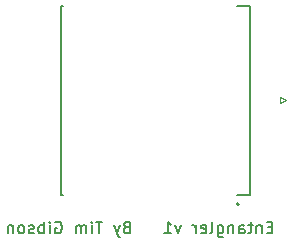
<source format=gbr>
%TF.GenerationSoftware,KiCad,Pcbnew,8.0.5-dirty*%
%TF.CreationDate,2024-10-01T21:11:00+10:00*%
%TF.ProjectId,kestral,6b657374-7261-46c2-9e6b-696361645f70,rev?*%
%TF.SameCoordinates,Original*%
%TF.FileFunction,Legend,Bot*%
%TF.FilePolarity,Positive*%
%FSLAX46Y46*%
G04 Gerber Fmt 4.6, Leading zero omitted, Abs format (unit mm)*
G04 Created by KiCad (PCBNEW 8.0.5-dirty) date 2024-10-01 21:11:00*
%MOMM*%
%LPD*%
G01*
G04 APERTURE LIST*
%ADD10C,0.150000*%
%ADD11C,0.127000*%
%ADD12C,0.200000*%
%ADD13C,0.120000*%
G04 APERTURE END LIST*
D10*
X135229887Y-123246009D02*
X135087030Y-123293628D01*
X135087030Y-123293628D02*
X135039411Y-123341247D01*
X135039411Y-123341247D02*
X134991792Y-123436485D01*
X134991792Y-123436485D02*
X134991792Y-123579342D01*
X134991792Y-123579342D02*
X135039411Y-123674580D01*
X135039411Y-123674580D02*
X135087030Y-123722200D01*
X135087030Y-123722200D02*
X135182268Y-123769819D01*
X135182268Y-123769819D02*
X135563220Y-123769819D01*
X135563220Y-123769819D02*
X135563220Y-122769819D01*
X135563220Y-122769819D02*
X135229887Y-122769819D01*
X135229887Y-122769819D02*
X135134649Y-122817438D01*
X135134649Y-122817438D02*
X135087030Y-122865057D01*
X135087030Y-122865057D02*
X135039411Y-122960295D01*
X135039411Y-122960295D02*
X135039411Y-123055533D01*
X135039411Y-123055533D02*
X135087030Y-123150771D01*
X135087030Y-123150771D02*
X135134649Y-123198390D01*
X135134649Y-123198390D02*
X135229887Y-123246009D01*
X135229887Y-123246009D02*
X135563220Y-123246009D01*
X134658458Y-123103152D02*
X134420363Y-123769819D01*
X134182268Y-123103152D02*
X134420363Y-123769819D01*
X134420363Y-123769819D02*
X134515601Y-124007914D01*
X134515601Y-124007914D02*
X134563220Y-124055533D01*
X134563220Y-124055533D02*
X134658458Y-124103152D01*
X133182267Y-122769819D02*
X132610839Y-122769819D01*
X132896553Y-123769819D02*
X132896553Y-122769819D01*
X132277505Y-123769819D02*
X132277505Y-123103152D01*
X132277505Y-122769819D02*
X132325124Y-122817438D01*
X132325124Y-122817438D02*
X132277505Y-122865057D01*
X132277505Y-122865057D02*
X132229886Y-122817438D01*
X132229886Y-122817438D02*
X132277505Y-122769819D01*
X132277505Y-122769819D02*
X132277505Y-122865057D01*
X131801315Y-123769819D02*
X131801315Y-123103152D01*
X131801315Y-123198390D02*
X131753696Y-123150771D01*
X131753696Y-123150771D02*
X131658458Y-123103152D01*
X131658458Y-123103152D02*
X131515601Y-123103152D01*
X131515601Y-123103152D02*
X131420363Y-123150771D01*
X131420363Y-123150771D02*
X131372744Y-123246009D01*
X131372744Y-123246009D02*
X131372744Y-123769819D01*
X131372744Y-123246009D02*
X131325125Y-123150771D01*
X131325125Y-123150771D02*
X131229887Y-123103152D01*
X131229887Y-123103152D02*
X131087030Y-123103152D01*
X131087030Y-123103152D02*
X130991791Y-123150771D01*
X130991791Y-123150771D02*
X130944172Y-123246009D01*
X130944172Y-123246009D02*
X130944172Y-123769819D01*
X129182268Y-122817438D02*
X129277506Y-122769819D01*
X129277506Y-122769819D02*
X129420363Y-122769819D01*
X129420363Y-122769819D02*
X129563220Y-122817438D01*
X129563220Y-122817438D02*
X129658458Y-122912676D01*
X129658458Y-122912676D02*
X129706077Y-123007914D01*
X129706077Y-123007914D02*
X129753696Y-123198390D01*
X129753696Y-123198390D02*
X129753696Y-123341247D01*
X129753696Y-123341247D02*
X129706077Y-123531723D01*
X129706077Y-123531723D02*
X129658458Y-123626961D01*
X129658458Y-123626961D02*
X129563220Y-123722200D01*
X129563220Y-123722200D02*
X129420363Y-123769819D01*
X129420363Y-123769819D02*
X129325125Y-123769819D01*
X129325125Y-123769819D02*
X129182268Y-123722200D01*
X129182268Y-123722200D02*
X129134649Y-123674580D01*
X129134649Y-123674580D02*
X129134649Y-123341247D01*
X129134649Y-123341247D02*
X129325125Y-123341247D01*
X128706077Y-123769819D02*
X128706077Y-123103152D01*
X128706077Y-122769819D02*
X128753696Y-122817438D01*
X128753696Y-122817438D02*
X128706077Y-122865057D01*
X128706077Y-122865057D02*
X128658458Y-122817438D01*
X128658458Y-122817438D02*
X128706077Y-122769819D01*
X128706077Y-122769819D02*
X128706077Y-122865057D01*
X128229887Y-123769819D02*
X128229887Y-122769819D01*
X128229887Y-123150771D02*
X128134649Y-123103152D01*
X128134649Y-123103152D02*
X127944173Y-123103152D01*
X127944173Y-123103152D02*
X127848935Y-123150771D01*
X127848935Y-123150771D02*
X127801316Y-123198390D01*
X127801316Y-123198390D02*
X127753697Y-123293628D01*
X127753697Y-123293628D02*
X127753697Y-123579342D01*
X127753697Y-123579342D02*
X127801316Y-123674580D01*
X127801316Y-123674580D02*
X127848935Y-123722200D01*
X127848935Y-123722200D02*
X127944173Y-123769819D01*
X127944173Y-123769819D02*
X128134649Y-123769819D01*
X128134649Y-123769819D02*
X128229887Y-123722200D01*
X127372744Y-123722200D02*
X127277506Y-123769819D01*
X127277506Y-123769819D02*
X127087030Y-123769819D01*
X127087030Y-123769819D02*
X126991792Y-123722200D01*
X126991792Y-123722200D02*
X126944173Y-123626961D01*
X126944173Y-123626961D02*
X126944173Y-123579342D01*
X126944173Y-123579342D02*
X126991792Y-123484104D01*
X126991792Y-123484104D02*
X127087030Y-123436485D01*
X127087030Y-123436485D02*
X127229887Y-123436485D01*
X127229887Y-123436485D02*
X127325125Y-123388866D01*
X127325125Y-123388866D02*
X127372744Y-123293628D01*
X127372744Y-123293628D02*
X127372744Y-123246009D01*
X127372744Y-123246009D02*
X127325125Y-123150771D01*
X127325125Y-123150771D02*
X127229887Y-123103152D01*
X127229887Y-123103152D02*
X127087030Y-123103152D01*
X127087030Y-123103152D02*
X126991792Y-123150771D01*
X126372744Y-123769819D02*
X126467982Y-123722200D01*
X126467982Y-123722200D02*
X126515601Y-123674580D01*
X126515601Y-123674580D02*
X126563220Y-123579342D01*
X126563220Y-123579342D02*
X126563220Y-123293628D01*
X126563220Y-123293628D02*
X126515601Y-123198390D01*
X126515601Y-123198390D02*
X126467982Y-123150771D01*
X126467982Y-123150771D02*
X126372744Y-123103152D01*
X126372744Y-123103152D02*
X126229887Y-123103152D01*
X126229887Y-123103152D02*
X126134649Y-123150771D01*
X126134649Y-123150771D02*
X126087030Y-123198390D01*
X126087030Y-123198390D02*
X126039411Y-123293628D01*
X126039411Y-123293628D02*
X126039411Y-123579342D01*
X126039411Y-123579342D02*
X126087030Y-123674580D01*
X126087030Y-123674580D02*
X126134649Y-123722200D01*
X126134649Y-123722200D02*
X126229887Y-123769819D01*
X126229887Y-123769819D02*
X126372744Y-123769819D01*
X125610839Y-123103152D02*
X125610839Y-123769819D01*
X125610839Y-123198390D02*
X125563220Y-123150771D01*
X125563220Y-123150771D02*
X125467982Y-123103152D01*
X125467982Y-123103152D02*
X125325125Y-123103152D01*
X125325125Y-123103152D02*
X125229887Y-123150771D01*
X125229887Y-123150771D02*
X125182268Y-123246009D01*
X125182268Y-123246009D02*
X125182268Y-123769819D01*
X147563220Y-123246009D02*
X147229887Y-123246009D01*
X147087030Y-123769819D02*
X147563220Y-123769819D01*
X147563220Y-123769819D02*
X147563220Y-122769819D01*
X147563220Y-122769819D02*
X147087030Y-122769819D01*
X146658458Y-123103152D02*
X146658458Y-123769819D01*
X146658458Y-123198390D02*
X146610839Y-123150771D01*
X146610839Y-123150771D02*
X146515601Y-123103152D01*
X146515601Y-123103152D02*
X146372744Y-123103152D01*
X146372744Y-123103152D02*
X146277506Y-123150771D01*
X146277506Y-123150771D02*
X146229887Y-123246009D01*
X146229887Y-123246009D02*
X146229887Y-123769819D01*
X145896553Y-123103152D02*
X145515601Y-123103152D01*
X145753696Y-122769819D02*
X145753696Y-123626961D01*
X145753696Y-123626961D02*
X145706077Y-123722200D01*
X145706077Y-123722200D02*
X145610839Y-123769819D01*
X145610839Y-123769819D02*
X145515601Y-123769819D01*
X144753696Y-123769819D02*
X144753696Y-123246009D01*
X144753696Y-123246009D02*
X144801315Y-123150771D01*
X144801315Y-123150771D02*
X144896553Y-123103152D01*
X144896553Y-123103152D02*
X145087029Y-123103152D01*
X145087029Y-123103152D02*
X145182267Y-123150771D01*
X144753696Y-123722200D02*
X144848934Y-123769819D01*
X144848934Y-123769819D02*
X145087029Y-123769819D01*
X145087029Y-123769819D02*
X145182267Y-123722200D01*
X145182267Y-123722200D02*
X145229886Y-123626961D01*
X145229886Y-123626961D02*
X145229886Y-123531723D01*
X145229886Y-123531723D02*
X145182267Y-123436485D01*
X145182267Y-123436485D02*
X145087029Y-123388866D01*
X145087029Y-123388866D02*
X144848934Y-123388866D01*
X144848934Y-123388866D02*
X144753696Y-123341247D01*
X144277505Y-123103152D02*
X144277505Y-123769819D01*
X144277505Y-123198390D02*
X144229886Y-123150771D01*
X144229886Y-123150771D02*
X144134648Y-123103152D01*
X144134648Y-123103152D02*
X143991791Y-123103152D01*
X143991791Y-123103152D02*
X143896553Y-123150771D01*
X143896553Y-123150771D02*
X143848934Y-123246009D01*
X143848934Y-123246009D02*
X143848934Y-123769819D01*
X142944172Y-123103152D02*
X142944172Y-123912676D01*
X142944172Y-123912676D02*
X142991791Y-124007914D01*
X142991791Y-124007914D02*
X143039410Y-124055533D01*
X143039410Y-124055533D02*
X143134648Y-124103152D01*
X143134648Y-124103152D02*
X143277505Y-124103152D01*
X143277505Y-124103152D02*
X143372743Y-124055533D01*
X142944172Y-123722200D02*
X143039410Y-123769819D01*
X143039410Y-123769819D02*
X143229886Y-123769819D01*
X143229886Y-123769819D02*
X143325124Y-123722200D01*
X143325124Y-123722200D02*
X143372743Y-123674580D01*
X143372743Y-123674580D02*
X143420362Y-123579342D01*
X143420362Y-123579342D02*
X143420362Y-123293628D01*
X143420362Y-123293628D02*
X143372743Y-123198390D01*
X143372743Y-123198390D02*
X143325124Y-123150771D01*
X143325124Y-123150771D02*
X143229886Y-123103152D01*
X143229886Y-123103152D02*
X143039410Y-123103152D01*
X143039410Y-123103152D02*
X142944172Y-123150771D01*
X142325124Y-123769819D02*
X142420362Y-123722200D01*
X142420362Y-123722200D02*
X142467981Y-123626961D01*
X142467981Y-123626961D02*
X142467981Y-122769819D01*
X141563219Y-123722200D02*
X141658457Y-123769819D01*
X141658457Y-123769819D02*
X141848933Y-123769819D01*
X141848933Y-123769819D02*
X141944171Y-123722200D01*
X141944171Y-123722200D02*
X141991790Y-123626961D01*
X141991790Y-123626961D02*
X141991790Y-123246009D01*
X141991790Y-123246009D02*
X141944171Y-123150771D01*
X141944171Y-123150771D02*
X141848933Y-123103152D01*
X141848933Y-123103152D02*
X141658457Y-123103152D01*
X141658457Y-123103152D02*
X141563219Y-123150771D01*
X141563219Y-123150771D02*
X141515600Y-123246009D01*
X141515600Y-123246009D02*
X141515600Y-123341247D01*
X141515600Y-123341247D02*
X141991790Y-123436485D01*
X141087028Y-123769819D02*
X141087028Y-123103152D01*
X141087028Y-123293628D02*
X141039409Y-123198390D01*
X141039409Y-123198390D02*
X140991790Y-123150771D01*
X140991790Y-123150771D02*
X140896552Y-123103152D01*
X140896552Y-123103152D02*
X140801314Y-123103152D01*
X139801313Y-123103152D02*
X139563218Y-123769819D01*
X139563218Y-123769819D02*
X139325123Y-123103152D01*
X138420361Y-123769819D02*
X138991789Y-123769819D01*
X138706075Y-123769819D02*
X138706075Y-122769819D01*
X138706075Y-122769819D02*
X138801313Y-122912676D01*
X138801313Y-122912676D02*
X138896551Y-123007914D01*
X138896551Y-123007914D02*
X138991789Y-123055533D01*
D11*
%TO.C,U1*%
X129650000Y-104550000D02*
X129650000Y-120550000D01*
X129650000Y-120550000D02*
X129850000Y-120550000D01*
X129850000Y-104550000D02*
X129650000Y-104550000D01*
X144550000Y-104550000D02*
X145650000Y-104550000D01*
X145650000Y-104550000D02*
X145650000Y-120550000D01*
X145650000Y-120550000D02*
X144550000Y-120550000D01*
D12*
X144750000Y-121300000D02*
G75*
G02*
X144550000Y-121300000I-100000J0D01*
G01*
X144550000Y-121300000D02*
G75*
G02*
X144750000Y-121300000I100000J0D01*
G01*
D13*
%TO.C,J1*%
X148227500Y-112250000D02*
X148227500Y-112750000D01*
X148227500Y-112750000D02*
X148727500Y-112500000D01*
X148727500Y-112500000D02*
X148227500Y-112250000D01*
%TD*%
M02*

</source>
